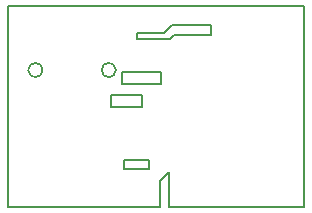
<source format=gm1>
G04 #@! TF.GenerationSoftware,KiCad,Pcbnew,5.0.0-rc1-44a33f2~62~ubuntu16.04.1*
G04 #@! TF.CreationDate,2018-03-21T05:56:34+02:00*
G04 #@! TF.ProjectId,buck_led_driver,6275636B5F6C65645F6472697665722E,rev?*
G04 #@! TF.SameCoordinates,Original*
G04 #@! TF.FileFunction,Profile,NP*
%FSLAX46Y46*%
G04 Gerber Fmt 4.6, Leading zero omitted, Abs format (unit mm)*
G04 Created by KiCad (PCBNEW 5.0.0-rc1-44a33f2~62~ubuntu16.04.1) date Wed Mar 21 05:56:34 2018*
%MOMM*%
%LPD*%
G01*
G04 APERTURE LIST*
%ADD10C,0.150000*%
G04 APERTURE END LIST*
D10*
X163600000Y-97000000D02*
X175000000Y-97000000D01*
X162800000Y-97000000D02*
X162800000Y-94800000D01*
X162800000Y-94800000D02*
X163600000Y-94000000D01*
X163600000Y-94000000D02*
X163600000Y-97000000D01*
X161900000Y-93000000D02*
X161900000Y-93800000D01*
X159800000Y-93800000D02*
X159800000Y-93000000D01*
X159800000Y-93000000D02*
X161900000Y-93000000D01*
X161900000Y-93800000D02*
X159800000Y-93800000D01*
X159108276Y-85400000D02*
G75*
G03X159108276Y-85400000I-608276J0D01*
G01*
X164000000Y-82400000D02*
X163700000Y-82800000D01*
X167200000Y-82400000D02*
X164000000Y-82400000D01*
X167200000Y-81600000D02*
X167200000Y-82400000D01*
X164500000Y-81600000D02*
X167200000Y-81600000D01*
X163900000Y-81600000D02*
X164500000Y-81600000D01*
X163200000Y-82300000D02*
X163900000Y-81600000D01*
X160900000Y-82800000D02*
X160900000Y-82300000D01*
X160900000Y-82300000D02*
X163200000Y-82300000D01*
X163700000Y-82800000D02*
X160900000Y-82800000D01*
X162900000Y-86600000D02*
X159600000Y-86600000D01*
X159600000Y-85600000D02*
X162900000Y-85600000D01*
X159600000Y-86600000D02*
X159600000Y-85600000D01*
X162900000Y-85600000D02*
X162900000Y-86600000D01*
X158700000Y-88500000D02*
X158700000Y-87500000D01*
X161300000Y-88500000D02*
X158700000Y-88500000D01*
X161300000Y-87500000D02*
X161300000Y-88500000D01*
X158700000Y-87500000D02*
X161300000Y-87500000D01*
X152908276Y-85400000D02*
G75*
G03X152908276Y-85400000I-608276J0D01*
G01*
X175000000Y-97000000D02*
X175000000Y-80000000D01*
X150000000Y-97000000D02*
X150000000Y-80000000D01*
X162800390Y-97000000D02*
X150000000Y-97000000D01*
X150000000Y-80000000D02*
X175000000Y-80000000D01*
M02*

</source>
